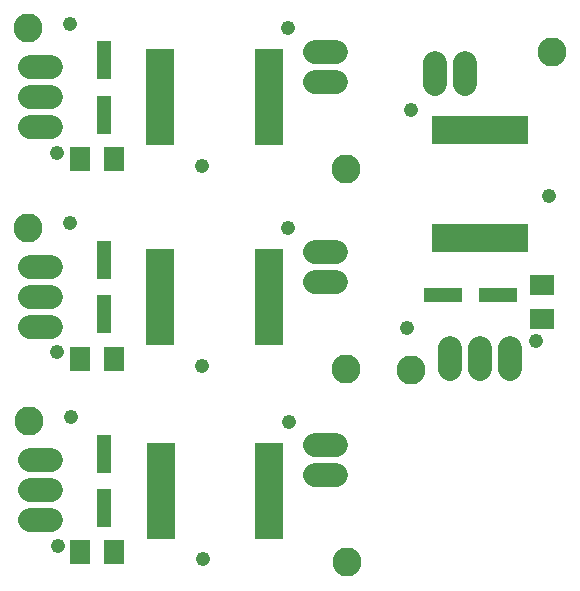
<source format=gbs>
G75*
G70*
%OFA0B0*%
%FSLAX24Y24*%
%IPPOS*%
%LPD*%
%AMOC8*
5,1,8,0,0,1.08239X$1,22.5*
%
%ADD10C,0.0970*%
%ADD11C,0.0789*%
%ADD12R,0.0946X0.3230*%
%ADD13R,0.0710X0.0790*%
%ADD14R,0.0474X0.1261*%
%ADD15R,0.3230X0.0946*%
%ADD16R,0.0790X0.0710*%
%ADD17R,0.1261X0.0474*%
%ADD18C,0.0476*%
D10*
X001360Y005850D03*
X001350Y012300D03*
X001350Y018960D03*
X011950Y014260D03*
X011950Y007600D03*
X014110Y007550D03*
X011960Y001150D03*
X018810Y018150D03*
D11*
X015910Y017804D02*
X015910Y017096D01*
X014910Y017096D02*
X014910Y017804D01*
X011604Y018160D02*
X010896Y018160D01*
X010896Y017160D02*
X011604Y017160D01*
X011604Y011500D02*
X010896Y011500D01*
X010896Y010500D02*
X011604Y010500D01*
X015410Y008304D02*
X015410Y007596D01*
X016410Y007596D02*
X016410Y008304D01*
X017410Y008304D02*
X017410Y007596D01*
X011614Y005050D02*
X010906Y005050D01*
X010906Y004050D02*
X011614Y004050D01*
X002114Y003550D02*
X001406Y003550D01*
X001406Y002550D02*
X002114Y002550D01*
X002114Y004550D02*
X001406Y004550D01*
X001396Y009000D02*
X002104Y009000D01*
X002104Y010000D02*
X001396Y010000D01*
X001396Y011000D02*
X002104Y011000D01*
X002104Y015660D02*
X001396Y015660D01*
X001396Y016660D02*
X002104Y016660D01*
X002104Y017660D02*
X001396Y017660D01*
D12*
X005749Y016650D03*
X009371Y016650D03*
X009371Y009990D03*
X005749Y009990D03*
X005759Y003540D03*
X009381Y003540D03*
D13*
X004200Y001484D03*
X003080Y001484D03*
X003070Y007934D03*
X004190Y007934D03*
X004190Y014594D03*
X003070Y014594D03*
D14*
X003876Y016074D03*
X003876Y017886D03*
X003876Y011226D03*
X003876Y009414D03*
X003886Y004776D03*
X003886Y002964D03*
D15*
X016420Y011949D03*
X016420Y015571D03*
D16*
X018476Y010390D03*
X018476Y009270D03*
D17*
X016996Y010076D03*
X015184Y010076D03*
D18*
X002330Y001700D03*
X002760Y006000D03*
X002320Y008150D03*
X002750Y012450D03*
X002320Y014810D03*
X002750Y019110D03*
X007150Y014360D03*
X010020Y012290D03*
X013960Y008950D03*
X010030Y005840D03*
X007150Y007700D03*
X007160Y001250D03*
X018260Y008520D03*
X018710Y013350D03*
X014120Y016220D03*
X010020Y018950D03*
M02*

</source>
